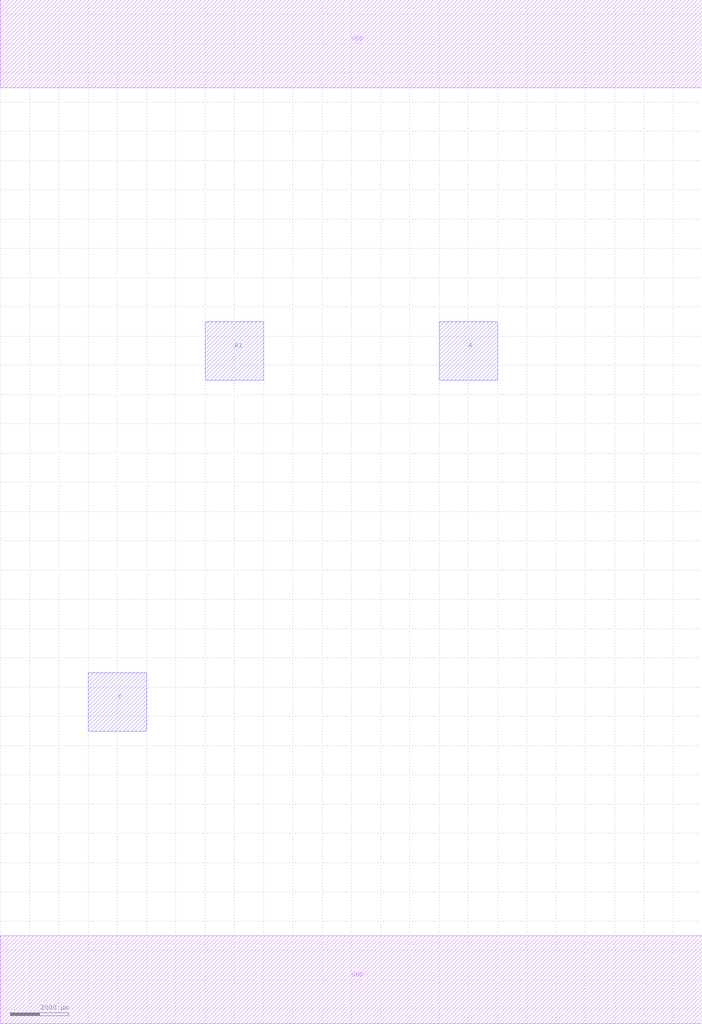
<source format=lef>
MACRO OAI21
 CLASS CORE ;
 ORIGIN 0 0 ;
 FOREIGN OAI21 0 0 ;
 SITE CORE ;
 SYMMETRY X Y R90 ;
  PIN VDD
   DIRECTION INOUT ;
   USE SIGNAL ;
   SHAPE ABUTMENT ;
    PORT
     CLASS CORE ;
       LAYER metal1 ;
        RECT 0.00000000 30500.00000000 24000.00000000 33500.00000000 ;
    END
  END VDD

  PIN GND
   DIRECTION INOUT ;
   USE SIGNAL ;
   SHAPE ABUTMENT ;
    PORT
     CLASS CORE ;
       LAYER metal1 ;
        RECT 0.00000000 -1500.00000000 24000.00000000 1500.00000000 ;
    END
  END GND

  PIN A1
   DIRECTION INOUT ;
   USE SIGNAL ;
   SHAPE ABUTMENT ;
    PORT
     CLASS CORE ;
       LAYER metal2 ;
        RECT 7000.00000000 20500.00000000 9000.00000000 22500.00000000 ;
    END
  END A1

  PIN A
   DIRECTION INOUT ;
   USE SIGNAL ;
   SHAPE ABUTMENT ;
    PORT
     CLASS CORE ;
       LAYER metal2 ;
        RECT 15000.00000000 20500.00000000 17000.00000000 22500.00000000 ;
    END
  END A

  PIN Y
   DIRECTION INOUT ;
   USE SIGNAL ;
   SHAPE ABUTMENT ;
    PORT
     CLASS CORE ;
       LAYER metal2 ;
        RECT 3000.00000000 8500.00000000 5000.00000000 10500.00000000 ;
    END
  END Y


END OAI21

</source>
